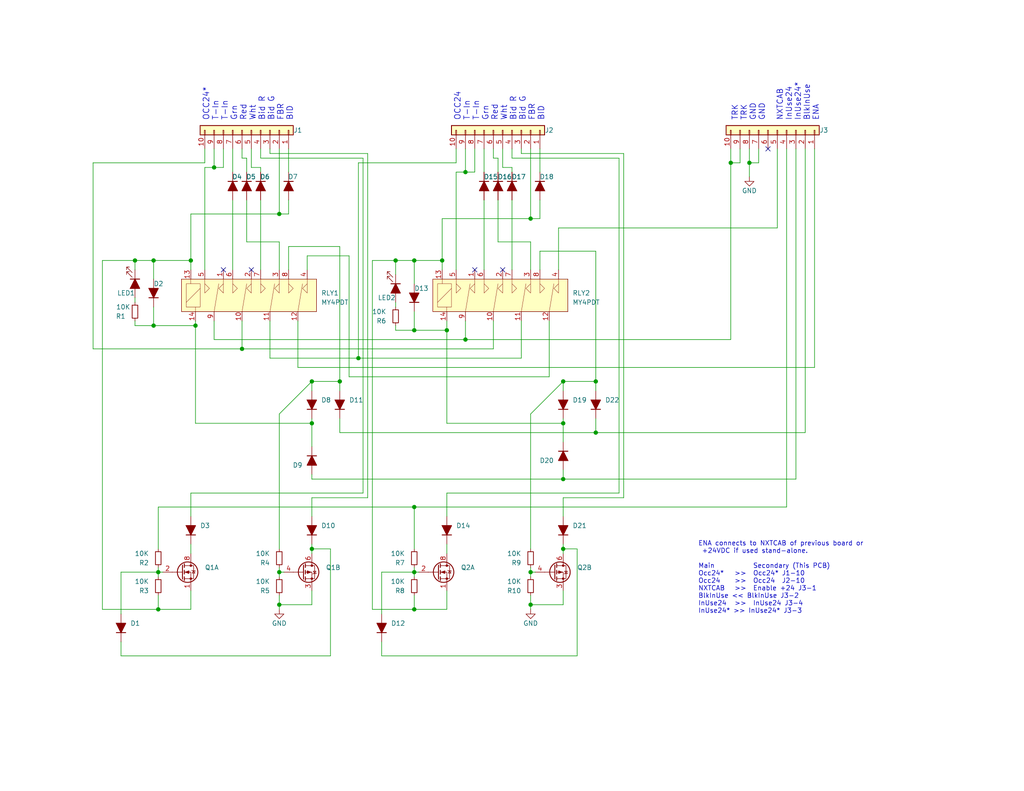
<source format=kicad_sch>
(kicad_sch (version 20210126) (generator eeschema)
  (paper "A")
  (title_block (title "Main Panel Aux Relays") (date "2021-02-25") (rev "n/c") (company "DMFE"))
  (lib_symbols
    (symbol "Connector_Generic:Conn_01x10" (pin_names (offset 1.016) hide)
      (property "Reference" "J" (at 0 12.7 0))
      (property "Value" "Conn_01x10" (at 0 -15.24 0))
      (symbol "Conn_01x10_1_1"
        (rectangle (start -1.27 -4.953) (end 0 -5.207) (stroke (width 0.1524)))
        (rectangle (start -1.27 -7.493) (end 0 -7.747) (stroke (width 0.1524)))
        (rectangle (start -1.27 -10.033) (end 0 -10.287) (stroke (width 0.1524)))
        (rectangle (start -1.27 -12.573) (end 0 -12.827) (stroke (width 0.1524)))
        (rectangle (start -1.27 -2.413) (end 0 -2.667) (stroke (width 0.1524)))
        (rectangle (start -1.27 2.667) (end 0 2.413) (stroke (width 0.1524)))
        (rectangle (start -1.27 5.207) (end 0 4.953) (stroke (width 0.1524)))
        (rectangle (start -1.27 7.747) (end 0 7.493) (stroke (width 0.1524)))
        (rectangle (start -1.27 10.287) (end 0 10.033) (stroke (width 0.1524)))
        (rectangle (start -1.27 11.43) (end 1.27 -13.97) (stroke (width 0.254)) (fill (type background)))
        (rectangle (start -1.27 0.127) (end 0 -0.127) (stroke (width 0.1524)))
        (pin passive line (at -5.08 10.16 0) (length 3.81) (name "Pin_1") (number "1"))
        (pin passive line (at -5.08 -12.7 0) (length 3.81) (name "Pin_10") (number "10"))
        (pin passive line (at -5.08 7.62 0) (length 3.81) (name "Pin_2") (number "2"))
        (pin passive line (at -5.08 5.08 0) (length 3.81) (name "Pin_3") (number "3"))
        (pin passive line (at -5.08 2.54 0) (length 3.81) (name "Pin_4") (number "4"))
        (pin passive line (at -5.08 0 0) (length 3.81) (name "Pin_5") (number "5"))
        (pin passive line (at -5.08 -2.54 0) (length 3.81) (name "Pin_6") (number "6"))
        (pin passive line (at -5.08 -5.08 0) (length 3.81) (name "Pin_7") (number "7"))
        (pin passive line (at -5.08 -7.62 0) (length 3.81) (name "Pin_8") (number "8"))
        (pin passive line (at -5.08 -10.16 0) (length 3.81) (name "Pin_9") (number "9"))
      )
    )
    (symbol "Device:D_Filled" (pin_numbers hide) (pin_names (offset 1.016) hide)
      (property "Reference" "D" (at 0 2.54 0))
      (property "Value" "D_Filled" (at 0 -2.54 0))
      (symbol "D_Filled_0_1"
        (polyline (pts (xy -1.27 1.27) (xy -1.27 -1.27)) (stroke (width 0.254)))
        (polyline (pts (xy 1.27 0) (xy -1.27 0)))
        (polyline (pts (xy 1.27 1.27) (xy 1.27 -1.27) (xy -1.27 0) (xy 1.27 1.27)) (stroke (width 0.254)) (fill (type outline)))
      )
      (symbol "D_Filled_1_1"
        (pin passive line (at -3.81 0 0) (length 2.54) (name "K") (number "1"))
        (pin passive line (at 3.81 0 180) (length 2.54) (name "A") (number "2"))
      )
    )
    (symbol "Device:LED_Filled" (pin_numbers hide) (pin_names (offset 1.016) hide)
      (property "Reference" "D" (at 0 2.54 0))
      (property "Value" "LED_Filled" (at 0 -2.54 0))
      (symbol "LED_Filled_0_1"
        (polyline (pts (xy -1.27 -1.27) (xy -1.27 1.27)) (stroke (width 0.254)))
        (polyline (pts (xy -1.27 0) (xy 1.27 0)))
        (polyline (pts (xy 1.27 -1.27) (xy 1.27 1.27) (xy -1.27 0) (xy 1.27 -1.27)) (stroke (width 0.254)) (fill (type outline)))
        (polyline (pts (xy -3.048 -0.762) (xy -4.572 -2.286) (xy -3.81 -2.286) (xy -4.572 -2.286) (xy -4.572 -1.524)))
        (polyline (pts (xy -1.778 -0.762) (xy -3.302 -2.286) (xy -2.54 -2.286) (xy -3.302 -2.286) (xy -3.302 -1.524)))
      )
      (symbol "LED_Filled_1_1"
        (pin passive line (at -3.81 0 0) (length 2.54) (name "K") (number "1"))
        (pin passive line (at 3.81 0 180) (length 2.54) (name "A") (number "2"))
      )
    )
    (symbol "Device:R_Small" (pin_numbers hide) (pin_names (offset 0.254) hide)
      (property "Reference" "R" (at 0.762 0.508 0))
      (property "Value" "R_Small" (at 0.762 -1.016 0))
      (symbol "R_Small_0_1"
        (rectangle (start -0.762 1.778) (end 0.762 -1.778) (stroke (width 0.2032)))
      )
      (symbol "R_Small_1_1"
        (pin passive line (at 0 2.54 270) (length 0.762) (name "~") (number "1"))
        (pin passive line (at 0 -2.54 90) (length 0.762) (name "~") (number "2"))
      )
    )
    (symbol "MY4PDT:MY4PDT"
      (property "Reference" "RLY" (at -13.97 -6.35 0))
      (property "Value" "MY4PDT" (at 11.43 -10.16 0))
      (symbol "MY4PDT_0_1"
        (rectangle (start -7.62 -5.08) (end -3.81 -11.43) (stroke (width 0.0006)))
        (rectangle (start -8.89 -3.81) (end 27.94 -12.7) (fill (type background)))
        (polyline (pts (xy -7.62 -10.16) (xy -3.81 -6.35)) (stroke (width 0.0006)))
        (polyline (pts (xy -2.54 -3.81) (xy -2.54 -7.62) (xy -1.27 -6.35) (xy -2.54 -5.08)) (stroke (width 0.0006)))
        (polyline (pts (xy 2.54 -3.81) (xy 2.54 -7.62) (xy 1.27 -6.35) (xy 2.54 -5.08)) (stroke (width 0.0006)))
        (polyline (pts (xy 0 -12.7) (xy 1.27 -5.08)) (stroke (width 0.0006)))
        (polyline (pts (xy 5.08 -3.81) (xy 5.08 -7.62) (xy 6.35 -6.35) (xy 5.08 -5.08)) (stroke (width 0.0006)))
        (polyline (pts (xy 7.62 -12.7) (xy 8.89 -5.08)) (stroke (width 0.0006)))
        (polyline (pts (xy 10.16 -3.81) (xy 10.16 -7.62) (xy 8.89 -6.35) (xy 10.16 -5.08)) (stroke (width 0.0006)))
        (polyline (pts (xy 17.78 -3.81) (xy 17.78 -7.62) (xy 16.51 -6.35) (xy 17.78 -5.08)) (stroke (width 0.0006)))
        (polyline (pts (xy 15.24 -12.7) (xy 16.51 -5.08)) (stroke (width 0.0006)))
        (polyline (pts (xy 12.7 -3.81) (xy 12.7 -7.62) (xy 13.97 -6.35) (xy 12.7 -5.08)) (stroke (width 0.0006)))
        (polyline (pts (xy 22.86 -12.7) (xy 24.13 -5.08)) (stroke (width 0.0006)))
        (polyline (pts (xy 25.4 -3.81) (xy 25.4 -7.62) (xy 24.13 -6.35) (xy 25.4 -5.08)) (stroke (width 0.0006)))
        (polyline (pts (xy 20.32 -3.81) (xy 20.32 -7.62) (xy 21.59 -6.35) (xy 20.32 -5.08)) (stroke (width 0.0006)))
        (polyline (pts (xy -6.35 -5.08) (xy -6.35 -3.81)) (stroke (width 0.0006)))
        (polyline (pts (xy -5.08 -11.43) (xy -5.08 -12.7)) (stroke (width 0.0006)))
      )
      (symbol "MY4PDT_1_1"
        (pin bidirectional line (at 2.54 -1.27 270) (length 2.54) (name "") (number "1"))
        (pin bidirectional line (at 10.16 -1.27 270) (length 2.54) (name "") (number "2"))
        (pin bidirectional line (at 17.78 -1.27 270) (length 2.54) (name "") (number "3"))
        (pin bidirectional line (at 25.4 -1.27 270) (length 2.54) (name "") (number "4"))
        (pin bidirectional line (at -2.54 -1.27 270) (length 2.54) (name "") (number "5"))
        (pin bidirectional line (at 5.08 -1.27 270) (length 2.54) (name "") (number "6"))
        (pin bidirectional line (at 12.7 -1.27 270) (length 2.54) (name "") (number "7"))
        (pin bidirectional line (at 20.32 -1.27 270) (length 2.54) (name "") (number "8"))
        (pin bidirectional line (at 0 -15.24 90) (length 2.54) (name "") (number "9"))
        (pin bidirectional line (at 7.62 -15.24 90) (length 2.54) (name "") (number "10"))
        (pin bidirectional line (at 15.24 -15.24 90) (length 2.54) (name "") (number "11"))
        (pin bidirectional line (at 22.86 -15.24 90) (length 2.54) (name "") (number "12"))
        (pin power_in line (at -6.35 -1.27 270) (length 2.54) (name "") (number "13"))
        (pin power_in line (at -5.08 -15.24 90) (length 2.54) (name "") (number "14"))
      )
    )
    (symbol "Transistor_FET:IRF7343PBF" (pin_names hide)
      (property "Reference" "Q" (at 5.08 1.905 0))
      (property "Value" "IRF7343PBF" (at 5.08 0 0))
      (symbol "IRF7343PBF_0_1"
        (circle (center 1.651 0) (radius 2.794) (stroke (width 0.254)))
        (circle (center 2.54 -1.778) (radius 0.254) (fill (type outline)))
        (circle (center 2.54 1.778) (radius 0.254) (fill (type outline)))
        (polyline (pts (xy 0.254 0) (xy -2.54 0)))
        (polyline (pts (xy 0.254 1.905) (xy 0.254 -1.905)) (stroke (width 0.254)))
        (polyline (pts (xy 0.762 -1.27) (xy 0.762 -2.286)) (stroke (width 0.254)))
        (polyline (pts (xy 0.762 0.508) (xy 0.762 -0.508)) (stroke (width 0.254)))
        (polyline (pts (xy 0.762 2.286) (xy 0.762 1.27)) (stroke (width 0.254)))
        (polyline (pts (xy 2.54 2.54) (xy 2.54 1.778)))
        (polyline (pts (xy 2.54 -2.54) (xy 2.54 0) (xy 0.762 0)))
        (polyline (pts (xy 0.762 -1.778) (xy 3.302 -1.778) (xy 3.302 1.778) (xy 0.762 1.778)))
      )
      (symbol "IRF7343PBF_1_1"
        (polyline (pts (xy 1.016 0) (xy 2.032 0.381) (xy 2.032 -0.381) (xy 1.016 0)) (fill (type outline)))
        (polyline (pts (xy 2.794 0.508) (xy 2.921 0.381) (xy 3.683 0.381) (xy 3.81 0.254)))
        (polyline (pts (xy 3.302 0.381) (xy 2.921 -0.254) (xy 3.683 -0.254) (xy 3.302 0.381)))
        (pin passive line (at 2.54 -5.08 90) (length 2.54) (name "S") (number "1"))
        (pin input line (at -5.08 0 0) (length 2.54) (name "G") (number "2"))
        (pin passive line (at 2.54 5.08 270) (length 2.54) hide (name "D") (number "7"))
        (pin passive line (at 2.54 5.08 270) (length 2.54) (name "D") (number "8"))
      )
      (symbol "IRF7343PBF_2_1"
        (polyline (pts (xy 2.286 0) (xy 1.27 0.381) (xy 1.27 -0.381) (xy 2.286 0)) (fill (type outline)))
        (polyline (pts (xy 2.794 -0.508) (xy 2.921 -0.381) (xy 3.683 -0.381) (xy 3.81 -0.254)))
        (polyline (pts (xy 3.302 -0.381) (xy 2.921 0.254) (xy 3.683 0.254) (xy 3.302 -0.381)))
        (pin passive line (at 2.54 -5.08 90) (length 2.54) (name "1") (number "3"))
        (pin input line (at -5.08 0 0) (length 2.54) (name "G") (number "4"))
        (pin passive line (at 2.54 5.08 270) (length 2.54) hide (name "D") (number "5"))
        (pin passive line (at 2.54 5.08 270) (length 2.54) (name "D") (number "6"))
      )
    )
    (symbol "power:GND" (power) (pin_names (offset 0))
      (property "Value" "GND" (at 0 -3.81 0))
      (symbol "GND_0_1"
        (polyline (pts (xy 0 0) (xy 0 -1.27) (xy 1.27 -1.27) (xy 0 -2.54) (xy -1.27 -1.27) (xy 0 -1.27)))
      )
      (symbol "GND_1_1"
        (pin power_in line (at 0 0 270) (length 0) hide (name "GND") (number "1"))
      )
    )
  )
  (junction (at 36.83 71.12) (diameter 1.016))
  (junction (at 41.91 71.12) (diameter 1.016))
  (junction (at 41.91 88.9) (diameter 1.016))
  (junction (at 43.18 156.21) (diameter 1.016))
  (junction (at 43.18 166.37) (diameter 1.016))
  (junction (at 52.07 71.12) (diameter 1.016))
  (junction (at 53.34 88.9) (diameter 1.016))
  (junction (at 58.42 45.72) (diameter 1.016))
  (junction (at 66.04 95.25) (diameter 1.016))
  (junction (at 76.2 58.42) (diameter 1.016))
  (junction (at 76.2 156.21) (diameter 1.016))
  (junction (at 76.2 165.1) (diameter 1.016))
  (junction (at 85.09 104.14) (diameter 1.016))
  (junction (at 85.09 115.57) (diameter 1.016))
  (junction (at 85.09 149.86) (diameter 1.016))
  (junction (at 92.71 104.14) (diameter 1.016))
  (junction (at 97.79 97.79) (diameter 1.016))
  (junction (at 107.95 71.12) (diameter 1.016))
  (junction (at 113.03 71.12) (diameter 1.016))
  (junction (at 113.03 90.17) (diameter 1.016))
  (junction (at 113.03 138.43) (diameter 1.016))
  (junction (at 113.03 156.21) (diameter 1.016))
  (junction (at 113.03 166.37) (diameter 1.016))
  (junction (at 120.65 71.12) (diameter 1.016))
  (junction (at 121.92 90.17) (diameter 1.016))
  (junction (at 127 46.99) (diameter 1.016))
  (junction (at 127 92.71) (diameter 1.016))
  (junction (at 144.78 59.69) (diameter 1.016))
  (junction (at 144.78 156.21) (diameter 1.016))
  (junction (at 144.78 165.1) (diameter 1.016))
  (junction (at 153.67 104.14) (diameter 1.016))
  (junction (at 153.67 115.57) (diameter 1.016))
  (junction (at 153.67 130.81) (diameter 1.016))
  (junction (at 153.67 149.86) (diameter 1.016))
  (junction (at 162.56 104.14) (diameter 1.016))
  (junction (at 162.56 118.11) (diameter 1.016))
  (junction (at 199.39 44.45) (diameter 1.016))
  (junction (at 204.47 44.45) (diameter 1.016))
  (no_connect (at 60.96 73.66))
  (no_connect (at 68.58 73.66))
  (no_connect (at 129.54 73.66))
  (no_connect (at 137.16 73.66))
  (no_connect (at 209.55 40.64))
  (wire (pts (xy 25.4 44.45) (xy 25.4 95.25)))
  (wire (pts (xy 25.4 95.25) (xy 66.04 95.25)))
  (wire (pts (xy 27.94 71.12) (xy 27.94 166.37)))
  (wire (pts (xy 27.94 166.37) (xy 43.18 166.37)))
  (wire (pts (xy 33.02 156.21) (xy 33.02 167.64)))
  (wire (pts (xy 33.02 156.21) (xy 43.18 156.21)))
  (wire (pts (xy 33.02 175.26) (xy 33.02 179.07)))
  (wire (pts (xy 36.83 71.12) (xy 27.94 71.12)))
  (wire (pts (xy 36.83 71.12) (xy 41.91 71.12)))
  (wire (pts (xy 36.83 73.66) (xy 36.83 71.12)))
  (wire (pts (xy 36.83 81.28) (xy 36.83 82.55)))
  (wire (pts (xy 36.83 88.9) (xy 36.83 87.63)))
  (wire (pts (xy 41.91 71.12) (xy 41.91 76.2)))
  (wire (pts (xy 41.91 71.12) (xy 52.07 71.12)))
  (wire (pts (xy 41.91 83.82) (xy 41.91 88.9)))
  (wire (pts (xy 41.91 88.9) (xy 36.83 88.9)))
  (wire (pts (xy 43.18 138.43) (xy 113.03 138.43)))
  (wire (pts (xy 43.18 149.86) (xy 43.18 138.43)))
  (wire (pts (xy 43.18 154.94) (xy 43.18 156.21)))
  (wire (pts (xy 43.18 156.21) (xy 43.18 157.48)))
  (wire (pts (xy 43.18 156.21) (xy 44.45 156.21)))
  (wire (pts (xy 43.18 166.37) (xy 43.18 162.56)))
  (wire (pts (xy 52.07 58.42) (xy 52.07 71.12)))
  (wire (pts (xy 52.07 71.12) (xy 52.07 73.66)))
  (wire (pts (xy 52.07 134.62) (xy 52.07 140.97)))
  (wire (pts (xy 52.07 148.59) (xy 52.07 151.13)))
  (wire (pts (xy 52.07 161.29) (xy 52.07 166.37)))
  (wire (pts (xy 52.07 166.37) (xy 43.18 166.37)))
  (wire (pts (xy 53.34 87.63) (xy 53.34 88.9)))
  (wire (pts (xy 53.34 88.9) (xy 41.91 88.9)))
  (wire (pts (xy 53.34 88.9) (xy 53.34 115.57)))
  (wire (pts (xy 53.34 115.57) (xy 85.09 115.57)))
  (wire (pts (xy 55.88 40.64) (xy 55.88 44.45)))
  (wire (pts (xy 55.88 44.45) (xy 25.4 44.45)))
  (wire (pts (xy 55.88 45.72) (xy 58.42 45.72)))
  (wire (pts (xy 55.88 73.66) (xy 55.88 45.72)))
  (wire (pts (xy 58.42 40.64) (xy 58.42 45.72)))
  (wire (pts (xy 58.42 45.72) (xy 60.96 45.72)))
  (wire (pts (xy 58.42 87.63) (xy 58.42 92.71)))
  (wire (pts (xy 58.42 92.71) (xy 127 92.71)))
  (wire (pts (xy 60.96 45.72) (xy 60.96 40.64)))
  (wire (pts (xy 63.5 40.64) (xy 63.5 46.99)))
  (wire (pts (xy 63.5 54.61) (xy 63.5 73.66)))
  (wire (pts (xy 66.04 40.64) (xy 66.04 43.18)))
  (wire (pts (xy 66.04 43.18) (xy 67.31 43.18)))
  (wire (pts (xy 66.04 95.25) (xy 66.04 87.63)))
  (wire (pts (xy 67.31 43.18) (xy 67.31 46.99)))
  (wire (pts (xy 67.31 54.61) (xy 67.31 66.04)))
  (wire (pts (xy 67.31 66.04) (xy 76.2 66.04)))
  (wire (pts (xy 68.58 40.64) (xy 68.58 45.72)))
  (wire (pts (xy 68.58 45.72) (xy 71.12 45.72)))
  (wire (pts (xy 71.12 40.64) (xy 71.12 43.18)))
  (wire (pts (xy 71.12 43.18) (xy 99.06 43.18)))
  (wire (pts (xy 71.12 45.72) (xy 71.12 46.99)))
  (wire (pts (xy 71.12 54.61) (xy 71.12 73.66)))
  (wire (pts (xy 73.66 40.64) (xy 73.66 41.91)))
  (wire (pts (xy 73.66 41.91) (xy 100.33 41.91)))
  (wire (pts (xy 73.66 97.79) (xy 73.66 87.63)))
  (wire (pts (xy 76.2 40.64) (xy 76.2 58.42)))
  (wire (pts (xy 76.2 58.42) (xy 52.07 58.42)))
  (wire (pts (xy 76.2 66.04) (xy 76.2 73.66)))
  (wire (pts (xy 76.2 113.03) (xy 85.09 104.14)))
  (wire (pts (xy 76.2 149.86) (xy 76.2 113.03)))
  (wire (pts (xy 76.2 154.94) (xy 76.2 156.21)))
  (wire (pts (xy 76.2 156.21) (xy 76.2 157.48)))
  (wire (pts (xy 76.2 156.21) (xy 77.47 156.21)))
  (wire (pts (xy 76.2 162.56) (xy 76.2 165.1)))
  (wire (pts (xy 76.2 165.1) (xy 76.2 166.37)))
  (wire (pts (xy 78.74 40.64) (xy 78.74 46.99)))
  (wire (pts (xy 78.74 54.61) (xy 78.74 58.42)))
  (wire (pts (xy 78.74 58.42) (xy 76.2 58.42)))
  (wire (pts (xy 78.74 67.31) (xy 92.71 67.31)))
  (wire (pts (xy 78.74 73.66) (xy 78.74 67.31)))
  (wire (pts (xy 81.28 87.63) (xy 81.28 100.33)))
  (wire (pts (xy 81.28 100.33) (xy 222.25 100.33)))
  (wire (pts (xy 83.82 69.85) (xy 95.25 69.85)))
  (wire (pts (xy 83.82 73.66) (xy 83.82 69.85)))
  (wire (pts (xy 85.09 104.14) (xy 92.71 104.14)))
  (wire (pts (xy 85.09 106.68) (xy 85.09 104.14)))
  (wire (pts (xy 85.09 114.3) (xy 85.09 115.57)))
  (wire (pts (xy 85.09 115.57) (xy 85.09 121.92)))
  (wire (pts (xy 85.09 129.54) (xy 85.09 130.81)))
  (wire (pts (xy 85.09 130.81) (xy 153.67 130.81)))
  (wire (pts (xy 85.09 135.89) (xy 85.09 140.97)))
  (wire (pts (xy 85.09 148.59) (xy 85.09 149.86)))
  (wire (pts (xy 85.09 149.86) (xy 85.09 151.13)))
  (wire (pts (xy 85.09 149.86) (xy 90.17 149.86)))
  (wire (pts (xy 85.09 161.29) (xy 85.09 165.1)))
  (wire (pts (xy 85.09 165.1) (xy 76.2 165.1)))
  (wire (pts (xy 90.17 149.86) (xy 90.17 179.07)))
  (wire (pts (xy 90.17 179.07) (xy 33.02 179.07)))
  (wire (pts (xy 92.71 67.31) (xy 92.71 104.14)))
  (wire (pts (xy 92.71 104.14) (xy 92.71 106.68)))
  (wire (pts (xy 92.71 114.3) (xy 92.71 118.11)))
  (wire (pts (xy 92.71 118.11) (xy 162.56 118.11)))
  (wire (pts (xy 95.25 69.85) (xy 95.25 102.87)))
  (wire (pts (xy 95.25 102.87) (xy 149.86 102.87)))
  (wire (pts (xy 97.79 44.45) (xy 97.79 97.79)))
  (wire (pts (xy 97.79 97.79) (xy 73.66 97.79)))
  (wire (pts (xy 99.06 43.18) (xy 99.06 134.62)))
  (wire (pts (xy 99.06 134.62) (xy 52.07 134.62)))
  (wire (pts (xy 100.33 41.91) (xy 100.33 135.89)))
  (wire (pts (xy 100.33 135.89) (xy 85.09 135.89)))
  (wire (pts (xy 101.6 71.12) (xy 101.6 166.37)))
  (wire (pts (xy 101.6 166.37) (xy 113.03 166.37)))
  (wire (pts (xy 104.14 156.21) (xy 113.03 156.21)))
  (wire (pts (xy 104.14 167.64) (xy 104.14 156.21)))
  (wire (pts (xy 104.14 179.07) (xy 104.14 175.26)))
  (wire (pts (xy 107.95 71.12) (xy 101.6 71.12)))
  (wire (pts (xy 107.95 71.12) (xy 113.03 71.12)))
  (wire (pts (xy 107.95 74.93) (xy 107.95 71.12)))
  (wire (pts (xy 107.95 82.55) (xy 107.95 83.82)))
  (wire (pts (xy 107.95 88.9) (xy 107.95 90.17)))
  (wire (pts (xy 107.95 90.17) (xy 113.03 90.17)))
  (wire (pts (xy 113.03 71.12) (xy 113.03 77.47)))
  (wire (pts (xy 113.03 71.12) (xy 120.65 71.12)))
  (wire (pts (xy 113.03 85.09) (xy 113.03 90.17)))
  (wire (pts (xy 113.03 90.17) (xy 121.92 90.17)))
  (wire (pts (xy 113.03 138.43) (xy 113.03 149.86)))
  (wire (pts (xy 113.03 138.43) (xy 214.63 138.43)))
  (wire (pts (xy 113.03 154.94) (xy 113.03 156.21)))
  (wire (pts (xy 113.03 156.21) (xy 113.03 157.48)))
  (wire (pts (xy 113.03 156.21) (xy 114.3 156.21)))
  (wire (pts (xy 113.03 166.37) (xy 113.03 162.56)))
  (wire (pts (xy 120.65 59.69) (xy 120.65 71.12)))
  (wire (pts (xy 120.65 71.12) (xy 120.65 73.66)))
  (wire (pts (xy 121.92 90.17) (xy 121.92 87.63)))
  (wire (pts (xy 121.92 90.17) (xy 121.92 115.57)))
  (wire (pts (xy 121.92 115.57) (xy 153.67 115.57)))
  (wire (pts (xy 121.92 134.62) (xy 121.92 140.97)))
  (wire (pts (xy 121.92 148.59) (xy 121.92 151.13)))
  (wire (pts (xy 121.92 161.29) (xy 121.92 166.37)))
  (wire (pts (xy 121.92 166.37) (xy 113.03 166.37)))
  (wire (pts (xy 124.46 40.64) (xy 124.46 44.45)))
  (wire (pts (xy 124.46 44.45) (xy 97.79 44.45)))
  (wire (pts (xy 124.46 46.99) (xy 124.46 73.66)))
  (wire (pts (xy 127 40.64) (xy 127 46.99)))
  (wire (pts (xy 127 46.99) (xy 124.46 46.99)))
  (wire (pts (xy 127 92.71) (xy 127 87.63)))
  (wire (pts (xy 129.54 40.64) (xy 129.54 46.99)))
  (wire (pts (xy 129.54 46.99) (xy 127 46.99)))
  (wire (pts (xy 132.08 40.64) (xy 132.08 46.99)))
  (wire (pts (xy 132.08 54.61) (xy 132.08 73.66)))
  (wire (pts (xy 134.62 40.64) (xy 134.62 43.18)))
  (wire (pts (xy 134.62 43.18) (xy 135.89 43.18)))
  (wire (pts (xy 134.62 87.63) (xy 134.62 95.25)))
  (wire (pts (xy 134.62 95.25) (xy 66.04 95.25)))
  (wire (pts (xy 135.89 43.18) (xy 135.89 46.99)))
  (wire (pts (xy 135.89 54.61) (xy 135.89 66.04)))
  (wire (pts (xy 135.89 66.04) (xy 144.78 66.04)))
  (wire (pts (xy 137.16 40.64) (xy 137.16 45.72)))
  (wire (pts (xy 137.16 45.72) (xy 139.7 45.72)))
  (wire (pts (xy 139.7 40.64) (xy 139.7 43.18)))
  (wire (pts (xy 139.7 43.18) (xy 168.91 43.18)))
  (wire (pts (xy 139.7 45.72) (xy 139.7 46.99)))
  (wire (pts (xy 139.7 54.61) (xy 139.7 73.66)))
  (wire (pts (xy 142.24 40.64) (xy 142.24 41.91)))
  (wire (pts (xy 142.24 41.91) (xy 170.18 41.91)))
  (wire (pts (xy 142.24 87.63) (xy 142.24 97.79)))
  (wire (pts (xy 142.24 97.79) (xy 97.79 97.79)))
  (wire (pts (xy 144.78 40.64) (xy 144.78 59.69)))
  (wire (pts (xy 144.78 59.69) (xy 120.65 59.69)))
  (wire (pts (xy 144.78 66.04) (xy 144.78 73.66)))
  (wire (pts (xy 144.78 113.03) (xy 153.67 104.14)))
  (wire (pts (xy 144.78 149.86) (xy 144.78 113.03)))
  (wire (pts (xy 144.78 154.94) (xy 144.78 156.21)))
  (wire (pts (xy 144.78 156.21) (xy 144.78 157.48)))
  (wire (pts (xy 144.78 156.21) (xy 146.05 156.21)))
  (wire (pts (xy 144.78 162.56) (xy 144.78 165.1)))
  (wire (pts (xy 144.78 165.1) (xy 144.78 166.37)))
  (wire (pts (xy 147.32 40.64) (xy 147.32 46.99)))
  (wire (pts (xy 147.32 54.61) (xy 147.32 59.69)))
  (wire (pts (xy 147.32 59.69) (xy 144.78 59.69)))
  (wire (pts (xy 147.32 68.58) (xy 162.56 68.58)))
  (wire (pts (xy 147.32 73.66) (xy 147.32 68.58)))
  (wire (pts (xy 149.86 102.87) (xy 149.86 87.63)))
  (wire (pts (xy 152.4 62.23) (xy 212.09 62.23)))
  (wire (pts (xy 152.4 73.66) (xy 152.4 62.23)))
  (wire (pts (xy 153.67 104.14) (xy 162.56 104.14)))
  (wire (pts (xy 153.67 106.68) (xy 153.67 104.14)))
  (wire (pts (xy 153.67 114.3) (xy 153.67 115.57)))
  (wire (pts (xy 153.67 115.57) (xy 153.67 120.65)))
  (wire (pts (xy 153.67 128.27) (xy 153.67 130.81)))
  (wire (pts (xy 153.67 135.89) (xy 153.67 140.97)))
  (wire (pts (xy 153.67 148.59) (xy 153.67 149.86)))
  (wire (pts (xy 153.67 149.86) (xy 153.67 151.13)))
  (wire (pts (xy 153.67 149.86) (xy 157.48 149.86)))
  (wire (pts (xy 153.67 161.29) (xy 153.67 165.1)))
  (wire (pts (xy 153.67 165.1) (xy 144.78 165.1)))
  (wire (pts (xy 157.48 149.86) (xy 157.48 179.07)))
  (wire (pts (xy 157.48 179.07) (xy 104.14 179.07)))
  (wire (pts (xy 162.56 68.58) (xy 162.56 104.14)))
  (wire (pts (xy 162.56 104.14) (xy 162.56 106.68)))
  (wire (pts (xy 162.56 118.11) (xy 162.56 114.3)))
  (wire (pts (xy 162.56 118.11) (xy 219.71 118.11)))
  (wire (pts (xy 168.91 43.18) (xy 168.91 134.62)))
  (wire (pts (xy 168.91 134.62) (xy 121.92 134.62)))
  (wire (pts (xy 170.18 41.91) (xy 170.18 135.89)))
  (wire (pts (xy 170.18 135.89) (xy 153.67 135.89)))
  (wire (pts (xy 199.39 40.64) (xy 199.39 44.45)))
  (wire (pts (xy 199.39 44.45) (xy 199.39 92.71)))
  (wire (pts (xy 199.39 92.71) (xy 127 92.71)))
  (wire (pts (xy 201.93 40.64) (xy 201.93 44.45)))
  (wire (pts (xy 201.93 44.45) (xy 199.39 44.45)))
  (wire (pts (xy 204.47 40.64) (xy 204.47 44.45)))
  (wire (pts (xy 204.47 44.45) (xy 204.47 48.26)))
  (wire (pts (xy 207.01 40.64) (xy 207.01 44.45)))
  (wire (pts (xy 207.01 44.45) (xy 204.47 44.45)))
  (wire (pts (xy 212.09 62.23) (xy 212.09 40.64)))
  (wire (pts (xy 214.63 138.43) (xy 214.63 40.64)))
  (wire (pts (xy 217.17 40.64) (xy 217.17 130.81)))
  (wire (pts (xy 217.17 130.81) (xy 153.67 130.81)))
  (wire (pts (xy 219.71 118.11) (xy 219.71 40.64)))
  (wire (pts (xy 222.25 100.33) (xy 222.25 40.64)))
  (text "OCC24*\nT-In\nT-In\nGrn\nRed\nWht\nBid R\nBid G\nFBR\nBID" (at 80.01 33.02 90) (effects (font (size 1.5748 1.5748)) (justify left bottom)))
  (text "OCC24\nT-In\nT-In\nGrn\nRed\nWht\nBid R\nBid G\nFBR\nBID" (at 148.59 33.02 90) (effects (font (size 1.5748 1.5748)) (justify left bottom)))
  (text "ENA connects to NXTCAB of previous board or\n +24VDC if used stand-alone.\n\nMain		Secondary (This PCB)\nOcc24* 	>>	Occ24* J1-10\nOcc24	>>	Occ24  J2-10\nNXTCAB	>>	Enable +24 J3-1\nBlkInUse << BlkInUse J3-2\nInUse24	>>	InUse24 J3-4\nInUse24* >> InUse24* J3-3\n" (at 190.5 167.64 0) (effects (font (size 1.27 1.27)) (justify left bottom)))
  (text "TRK\nTRK\nGND\nGND\n\nNXTCAB\nInUse24\nInUse24*\nBlkInUse\nENA" (at 223.52 33.02 90) (effects (font (size 1.524 1.524)) (justify left bottom)))
  (symbol (lib_id "power:GND") (at 76.2 166.37 0) (unit 1)
    (property "Reference" "#PWR01" (effects hide))
    (property "Value" "GND" (at 76.2 170.18 0))
  )
  (symbol (lib_id "power:GND") (at 144.78 166.37 0) (unit 1)
    (property "Reference" "#PWR02" (effects hide))
    (property "Value" "GND" (at 144.78 170.18 0))
  )
  (symbol (lib_id "power:GND") (at 204.47 48.26 0) (unit 1)
    (property "Reference" "#PWR03" (effects hide))
    (property "Value" "GND" (at 204.47 52.07 0))
  )
  (symbol (lib_id "Device:R_Small") (at 36.83 85.09 180) (unit 1)
    (property "Reference" "R1" (at 34.29 86.36 0) (effects (justify left)))
    (property "Value" "10K" (at 35.56 83.82 0) (effects (justify left)))
    (property "Footprint" "Resistor_SMD:R_0805_2012Metric_Pad1.20x1.40mm_HandSolder" (effects hide))
  )
  (symbol (lib_id "Device:R_Small") (at 43.18 152.4 180) (unit 1)
    (property "Reference" "R2" (at 40.64 153.67 0) (effects (justify left)))
    (property "Value" "10K" (at 40.64 151.13 0) (effects (justify left)))
    (property "Footprint" "Resistor_SMD:R_0805_2012Metric_Pad1.20x1.40mm_HandSolder" (effects hide))
  )
  (symbol (lib_id "Device:R_Small") (at 43.18 160.02 180) (unit 1)
    (property "Reference" "R3" (at 40.64 161.29 0) (effects (justify left)))
    (property "Value" "10K" (at 40.64 158.75 0) (effects (justify left)))
    (property "Footprint" "Resistor_SMD:R_0805_2012Metric_Pad1.20x1.40mm_HandSolder" (effects hide))
  )
  (symbol (lib_id "Device:R_Small") (at 76.2 152.4 180) (unit 1)
    (property "Reference" "R4" (at 73.66 153.67 0) (effects (justify left)))
    (property "Value" "10K" (at 73.66 151.13 0) (effects (justify left)))
    (property "Footprint" "Resistor_SMD:R_0805_2012Metric_Pad1.20x1.40mm_HandSolder" (effects hide))
  )
  (symbol (lib_id "Device:R_Small") (at 76.2 160.02 180) (unit 1)
    (property "Reference" "R5" (at 73.66 161.29 0) (effects (justify left)))
    (property "Value" "10K" (at 73.66 158.75 0) (effects (justify left)))
    (property "Footprint" "Resistor_SMD:R_0805_2012Metric_Pad1.20x1.40mm_HandSolder" (effects hide))
  )
  (symbol (lib_id "Device:R_Small") (at 107.95 86.36 180) (unit 1)
    (property "Reference" "R6" (at 105.41 87.63 0) (effects (justify left)))
    (property "Value" "10K" (at 105.41 85.09 0) (effects (justify left)))
    (property "Footprint" "Resistor_SMD:R_0805_2012Metric_Pad1.20x1.40mm_HandSolder" (effects hide))
  )
  (symbol (lib_id "Device:R_Small") (at 113.03 152.4 180) (unit 1)
    (property "Reference" "R7" (at 110.49 153.67 0) (effects (justify left)))
    (property "Value" "10K" (at 110.49 151.13 0) (effects (justify left)))
    (property "Footprint" "Resistor_SMD:R_0805_2012Metric_Pad1.20x1.40mm_HandSolder" (effects hide))
  )
  (symbol (lib_id "Device:R_Small") (at 113.03 160.02 180) (unit 1)
    (property "Reference" "R8" (at 110.49 161.29 0) (effects (justify left)))
    (property "Value" "10K" (at 110.49 158.75 0) (effects (justify left)))
    (property "Footprint" "Resistor_SMD:R_0805_2012Metric_Pad1.20x1.40mm_HandSolder" (effects hide))
  )
  (symbol (lib_id "Device:R_Small") (at 144.78 152.4 180) (unit 1)
    (property "Reference" "R9" (at 142.24 153.67 0) (effects (justify left)))
    (property "Value" "10K" (at 142.24 151.13 0) (effects (justify left)))
    (property "Footprint" "Resistor_SMD:R_0805_2012Metric_Pad1.20x1.40mm_HandSolder" (effects hide))
  )
  (symbol (lib_id "Device:R_Small") (at 144.78 160.02 180) (unit 1)
    (property "Reference" "R10" (at 142.24 161.29 0) (effects (justify left)))
    (property "Value" "10K" (at 142.24 158.75 0) (effects (justify left)))
    (property "Footprint" "Resistor_SMD:R_0805_2012Metric_Pad1.20x1.40mm_HandSolder" (effects hide))
  )
  (symbol (lib_id "Device:D_Filled") (at 33.02 171.45 90) (unit 1)
    (property "Reference" "D1" (at 35.56 170.18 90) (effects (justify right)))
    (property "Value" "SMA" (effects hide))
    (property "Footprint" "Diode_SMD:D_SMA" (effects hide))
  )
  (symbol (lib_id "Device:D_Filled") (at 41.91 80.01 90) (unit 1)
    (property "Reference" "D2" (at 41.91 77.47 90) (effects (justify right)))
    (property "Value" "SMA" (effects hide))
    (property "Footprint" "Diode_SMD:D_SMA" (effects hide))
  )
  (symbol (lib_id "Device:D_Filled") (at 52.07 144.78 90) (unit 1)
    (property "Reference" "D3" (at 54.61 143.51 90) (effects (justify right)))
    (property "Value" "SMA" (effects hide))
    (property "Footprint" "Diode_SMD:D_SMA" (effects hide))
  )
  (symbol (lib_id "Device:D_Filled") (at 63.5 50.8 270) (unit 1)
    (property "Reference" "D4" (at 66.04 48.26 90) (effects (justify right)))
    (property "Value" "SMA" (effects hide))
    (property "Footprint" "Diode_SMD:D_SMA" (effects hide))
  )
  (symbol (lib_id "Device:D_Filled") (at 67.31 50.8 270) (unit 1)
    (property "Reference" "D5" (at 69.85 48.26 90) (effects (justify right)))
    (property "Value" "SMA" (effects hide))
    (property "Footprint" "Diode_SMD:D_SMA" (effects hide))
  )
  (symbol (lib_id "Device:D_Filled") (at 71.12 50.8 270) (unit 1)
    (property "Reference" "D6" (at 73.66 48.26 90) (effects (justify right)))
    (property "Value" "SMA" (effects hide))
    (property "Footprint" "Diode_SMD:D_SMA" (effects hide))
  )
  (symbol (lib_id "Device:D_Filled") (at 78.74 50.8 270) (unit 1)
    (property "Reference" "D7" (at 81.28 48.26 90) (effects (justify right)))
    (property "Value" "SMA" (effects hide))
    (property "Footprint" "Diode_SMD:D_SMA" (effects hide))
  )
  (symbol (lib_id "Device:D_Filled") (at 85.09 110.49 90) (unit 1)
    (property "Reference" "D8" (at 87.63 109.22 90) (effects (justify right)))
    (property "Value" "SMA" (effects hide))
    (property "Footprint" "Diode_SMD:D_SMA" (effects hide))
  )
  (symbol (lib_id "Device:D_Filled") (at 85.09 125.73 270) (unit 1)
    (property "Reference" "D9" (at 82.55 127 90) (effects (justify right)))
    (property "Value" "SMA" (effects hide))
    (property "Footprint" "Diode_SMD:D_SMA" (effects hide))
  )
  (symbol (lib_id "Device:D_Filled") (at 85.09 144.78 90) (unit 1)
    (property "Reference" "D10" (at 87.63 143.51 90) (effects (justify right)))
    (property "Value" "SMA" (effects hide))
    (property "Footprint" "Diode_SMD:D_SMA" (effects hide))
  )
  (symbol (lib_id "Device:D_Filled") (at 92.71 110.49 90) (unit 1)
    (property "Reference" "D11" (at 95.25 109.22 90) (effects (justify right)))
    (property "Value" "SMA" (effects hide))
    (property "Footprint" "Diode_SMD:D_SMA" (effects hide))
  )
  (symbol (lib_id "Device:D_Filled") (at 104.14 171.45 90) (unit 1)
    (property "Reference" "D12" (at 106.68 170.18 90) (effects (justify right)))
    (property "Value" "SMA" (effects hide))
    (property "Footprint" "Diode_SMD:D_SMA" (effects hide))
  )
  (symbol (lib_id "Device:D_Filled") (at 113.03 81.28 90) (unit 1)
    (property "Reference" "D13" (at 113.03 78.74 90) (effects (justify right)))
    (property "Value" "SMA" (effects hide))
    (property "Footprint" "Diode_SMD:D_SMA" (effects hide))
  )
  (symbol (lib_id "Device:D_Filled") (at 121.92 144.78 90) (unit 1)
    (property "Reference" "D14" (at 124.46 143.51 90) (effects (justify right)))
    (property "Value" "SMA" (effects hide))
    (property "Footprint" "Diode_SMD:D_SMA" (effects hide))
  )
  (symbol (lib_id "Device:D_Filled") (at 132.08 50.8 270) (unit 1)
    (property "Reference" "D15" (at 135.89 48.26 90) (effects (justify right)))
    (property "Value" "SMA" (effects hide))
    (property "Footprint" "Diode_SMD:D_SMA" (effects hide))
  )
  (symbol (lib_id "Device:D_Filled") (at 135.89 50.8 270) (unit 1)
    (property "Reference" "D16" (at 139.7 48.26 90) (effects (justify right)))
    (property "Value" "SMA" (effects hide))
    (property "Footprint" "Diode_SMD:D_SMA" (effects hide))
  )
  (symbol (lib_id "Device:D_Filled") (at 139.7 50.8 270) (unit 1)
    (property "Reference" "D17" (at 143.51 48.26 90) (effects (justify right)))
    (property "Value" "SMA" (effects hide))
    (property "Footprint" "Diode_SMD:D_SMA" (effects hide))
  )
  (symbol (lib_id "Device:D_Filled") (at 147.32 50.8 270) (unit 1)
    (property "Reference" "D18" (at 151.13 48.26 90) (effects (justify right)))
    (property "Value" "SMA" (effects hide))
    (property "Footprint" "Diode_SMD:D_SMA" (effects hide))
  )
  (symbol (lib_id "Device:D_Filled") (at 153.67 110.49 90) (unit 1)
    (property "Reference" "D19" (at 156.21 109.22 90) (effects (justify right)))
    (property "Value" "SMA" (effects hide))
    (property "Footprint" "Diode_SMD:D_SMA" (effects hide))
  )
  (symbol (lib_id "Device:D_Filled") (at 153.67 124.46 270) (unit 1)
    (property "Reference" "D20" (at 151.13 125.73 90) (effects (justify right)))
    (property "Value" "SMA" (effects hide))
    (property "Footprint" "Diode_SMD:D_SMA" (effects hide))
  )
  (symbol (lib_id "Device:D_Filled") (at 153.67 144.78 90) (unit 1)
    (property "Reference" "D21" (at 156.21 143.51 90) (effects (justify right)))
    (property "Value" "SMA" (effects hide))
    (property "Footprint" "Diode_SMD:D_SMA" (effects hide))
  )
  (symbol (lib_id "Device:D_Filled") (at 162.56 110.49 90) (unit 1)
    (property "Reference" "D22" (at 165.1 109.22 90) (effects (justify right)))
    (property "Value" "SMA" (effects hide))
    (property "Footprint" "Diode_SMD:D_SMA" (effects hide))
  )
  (symbol (lib_id "Device:LED_Filled") (at 36.83 77.47 270) (unit 1)
    (property "Reference" "LED1" (at 36.83 80.01 90) (effects (justify right)))
    (property "Value" "LED" (effects hide))
    (property "Footprint" "LED_SMD:LED_1206_3216Metric_Pad1.42x1.75mm_HandSolder" (effects hide))
  )
  (symbol (lib_id "Device:LED_Filled") (at 107.95 78.74 270) (unit 1)
    (property "Reference" "LED2" (at 107.95 81.28 90) (effects (justify right)))
    (property "Value" "LED" (effects hide))
    (property "Footprint" "LED_SMD:LED_1206_3216Metric_Pad1.42x1.75mm_HandSolder" (effects hide))
  )
  (symbol (lib_id "Transistor_FET:IRF7343PBF") (at 49.53 156.21 0) (unit 1)
    (property "Reference" "Q1" (at 55.88 154.94 0) (effects (justify left)))
    (property "Value" "IRF7343PBF" (effects hide))
    (property "Footprint" "Package_SO:SOIC-8_3.9x4.9mm_P1.27mm" (effects hide))
    (property "Datasheet" "http://www.irf.com/product-info/datasheets/data/irf7343ipbf.pdf" (effects hide))
  )
  (symbol (lib_id "Transistor_FET:IRF7343PBF") (at 82.55 156.21 0) (unit 2)
    (property "Reference" "Q1" (at 88.9 154.94 0) (effects (justify left)))
    (property "Value" "IRF7343PBF" (effects hide))
    (property "Footprint" "Package_SO:SOIC-8_3.9x4.9mm_P1.27mm" (effects hide))
    (property "Datasheet" "http://www.irf.com/product-info/datasheets/data/irf7343ipbf.pdf" (effects hide))
  )
  (symbol (lib_id "Transistor_FET:IRF7343PBF") (at 119.38 156.21 0) (unit 1)
    (property "Reference" "Q2" (at 125.73 154.94 0) (effects (justify left)))
    (property "Value" "IRF7343PBF" (effects hide))
    (property "Footprint" "Package_SO:SOIC-8_3.9x4.9mm_P1.27mm" (effects hide))
    (property "Datasheet" "http://www.irf.com/product-info/datasheets/data/irf7343ipbf.pdf" (effects hide))
  )
  (symbol (lib_id "Transistor_FET:IRF7343PBF") (at 151.13 156.21 0) (unit 2)
    (property "Reference" "Q2" (at 157.48 154.94 0) (effects (justify left)))
    (property "Value" "IRF7343PBF" (effects hide))
    (property "Footprint" "Package_SO:SOIC-8_3.9x4.9mm_P1.27mm" (effects hide))
    (property "Datasheet" "http://www.irf.com/product-info/datasheets/data/irf7343ipbf.pdf" (effects hide))
  )
  (symbol (lib_id "Connector_Generic:Conn_01x10") (at 68.58 35.56 270) (mirror x) (unit 1)
    (property "Reference" "J1" (at 81.28 35.56 90))
    (property "Value" "Conn_01x10" (effects hide))
    (property "Footprint" "TerminalBlock_Phoenix:TerminalBlock_Phoenix_PT-1,5-10-3.5-H_1x10_P3.50mm_Horizontal" (effects hide))
  )
  (symbol (lib_id "Connector_Generic:Conn_01x10") (at 137.16 35.56 270) (mirror x) (unit 1)
    (property "Reference" "J2" (at 149.86 35.56 90))
    (property "Value" "Conn_01x10" (effects hide))
    (property "Footprint" "TerminalBlock_Phoenix:TerminalBlock_Phoenix_PT-1,5-10-3.5-H_1x10_P3.50mm_Horizontal" (effects hide))
  )
  (symbol (lib_id "Connector_Generic:Conn_01x10") (at 212.09 35.56 270) (mirror x) (unit 1)
    (property "Reference" "J3" (at 224.79 35.56 90))
    (property "Value" "Conn_01x10" (effects hide))
    (property "Footprint" "TerminalBlock_Phoenix:TerminalBlock_Phoenix_PT-1,5-10-3.5-H_1x10_P3.50mm_Horizontal" (effects hide))
  )
  (symbol (lib_id "MY4PDT:MY4PDT") (at 58.42 72.39 0) (unit 1)
    (property "Reference" "RLY1" (at 87.63 80.01 0) (effects (justify left)))
    (property "Value" "MY4PDT" (at 87.63 82.55 0) (effects (justify left)))
    (property "Footprint" "MY4PDT:MY4PDT" (effects hide))
  )
  (symbol (lib_id "MY4PDT:MY4PDT") (at 127 72.39 0) (unit 1)
    (property "Reference" "RLY2" (at 156.21 80.01 0) (effects (justify left)))
    (property "Value" "MY4PDT" (at 156.21 82.55 0) (effects (justify left)))
    (property "Footprint" "MY4PDT:MY4PDT" (effects hide))
  )
)
</source>
